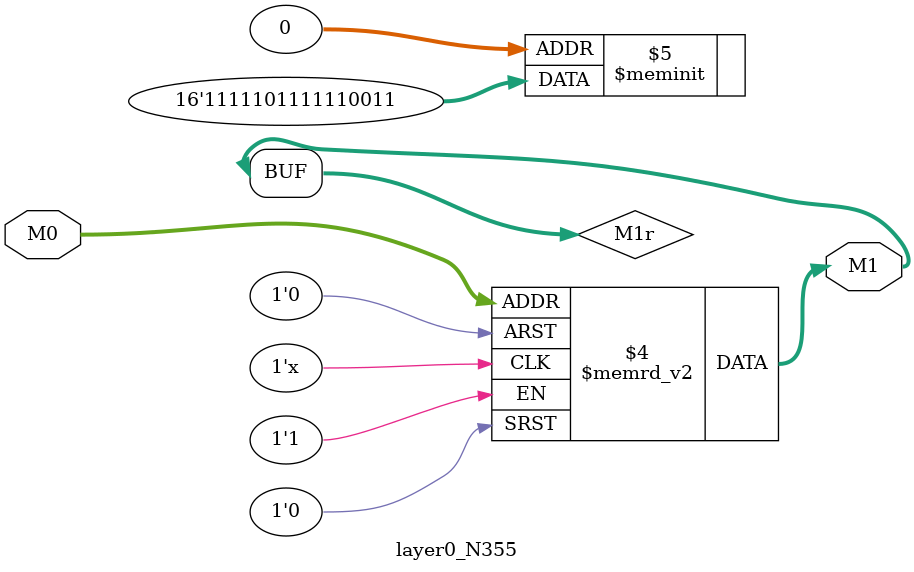
<source format=v>
module layer0_N355 ( input [2:0] M0, output [1:0] M1 );

	(*rom_style = "distributed" *) reg [1:0] M1r;
	assign M1 = M1r;
	always @ (M0) begin
		case (M0)
			3'b000: M1r = 2'b11;
			3'b100: M1r = 2'b11;
			3'b010: M1r = 2'b11;
			3'b110: M1r = 2'b11;
			3'b001: M1r = 2'b00;
			3'b101: M1r = 2'b10;
			3'b011: M1r = 2'b11;
			3'b111: M1r = 2'b11;

		endcase
	end
endmodule

</source>
